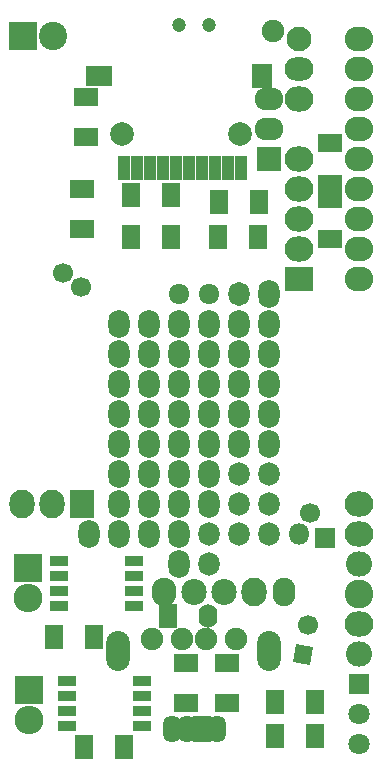
<source format=gbr>
G04 #@! TF.FileFunction,Soldermask,Bot*
%FSLAX46Y46*%
G04 Gerber Fmt 4.6, Leading zero omitted, Abs format (unit mm)*
G04 Created by KiCad (PCBNEW 4.0.2-4+6225~38~ubuntu15.04.1-stable) date 2016年05月17日 13時52分55秒*
%MOMM*%
G01*
G04 APERTURE LIST*
%ADD10C,0.100000*%
%ADD11C,1.700000*%
%ADD12O,1.800000X2.051000*%
%ADD13O,1.800000X2.400000*%
%ADD14O,1.800000X2.000000*%
%ADD15O,1.800000X1.670000*%
%ADD16R,1.543000X0.908000*%
%ADD17C,2.432000*%
%ADD18O,2.200000X2.127200*%
%ADD19O,2.432000X2.127200*%
%ADD20O,1.800000X1.800000*%
%ADD21R,1.700000X2.000000*%
%ADD22C,2.000000*%
%ADD23R,1.101040X2.000200*%
%ADD24R,2.200000X1.800000*%
%ADD25R,1.700000X1.700000*%
%ADD26R,2.400000X2.400000*%
%ADD27C,2.400000*%
%ADD28O,1.517600X2.305000*%
%ADD29R,1.517600X2.305000*%
%ADD30R,2.127200X2.100000*%
%ADD31O,2.432000X1.924000*%
%ADD32R,2.432000X2.127200*%
%ADD33R,2.432000X2.432000*%
%ADD34O,2.432000X2.432000*%
%ADD35R,1.797000X1.797000*%
%ADD36C,1.797000*%
%ADD37C,2.100000*%
%ADD38O,2.432000X2.000000*%
%ADD39C,1.901140*%
%ADD40O,2.000000X3.400000*%
%ADD41O,2.100000X2.400000*%
%ADD42O,2.127200X2.200000*%
%ADD43O,2.127200X2.432000*%
%ADD44O,1.900000X2.432000*%
%ADD45R,1.600000X2.100000*%
%ADD46R,1.600000X2.000000*%
%ADD47R,2.127200X2.432000*%
%ADD48R,2.100000X1.600000*%
%ADD49C,1.200000*%
%ADD50C,1.900000*%
%ADD51O,1.600000X2.000000*%
%ADD52O,2.400000X2.100000*%
G04 APERTURE END LIST*
D10*
D11*
X105981500Y-74358500D03*
D12*
X119380000Y-74930000D03*
D13*
X121920000Y-74930000D03*
D11*
X125224320Y-103024181D03*
D10*
G36*
X125398570Y-106355042D02*
X123921358Y-106094570D01*
X124181830Y-104617358D01*
X125659042Y-104877830D01*
X125398570Y-106355042D01*
X125398570Y-106355042D01*
G37*
D14*
X116840000Y-97790000D03*
X116840000Y-95250000D03*
D13*
X116840000Y-92710000D03*
X116840000Y-90170000D03*
X116840000Y-87630000D03*
X116840000Y-85090000D03*
X116840000Y-82550000D03*
X116840000Y-80010000D03*
X116840000Y-77470000D03*
D15*
X116840000Y-74930000D03*
D16*
X104775000Y-107696000D03*
X104775000Y-108966000D03*
X104775000Y-110236000D03*
X104775000Y-111506000D03*
X111125000Y-111506000D03*
X111125000Y-110236000D03*
X111125000Y-108966000D03*
X111125000Y-107696000D03*
D17*
X129540000Y-100330000D03*
D18*
X129540000Y-97790000D03*
D19*
X129540000Y-95250000D03*
X129540000Y-92710000D03*
D13*
X106680000Y-95250000D03*
X109220000Y-95250000D03*
D14*
X121920000Y-95250000D03*
D20*
X124460000Y-95250000D03*
D14*
X119380000Y-92710000D03*
X121920000Y-92710000D03*
X119380000Y-95250000D03*
X121920000Y-95250000D03*
X119380000Y-90170000D03*
X121920000Y-90170000D03*
D13*
X119380000Y-87630000D03*
X121920000Y-87630000D03*
X119380000Y-77470000D03*
X121920000Y-77470000D03*
X119380000Y-80010000D03*
X121920000Y-80010000D03*
X119380000Y-85090000D03*
X121920000Y-85090000D03*
X119380000Y-82550000D03*
X121920000Y-82550000D03*
X109220000Y-82550000D03*
X111760000Y-82550000D03*
X109220000Y-85090000D03*
X111760000Y-85090000D03*
X109220000Y-80010000D03*
X111760000Y-80010000D03*
X109220000Y-77470000D03*
X111760000Y-77470000D03*
X109220000Y-87630000D03*
X111760000Y-87630000D03*
X109220000Y-90170000D03*
X111760000Y-90170000D03*
X109220000Y-95250000D03*
X111760000Y-95250000D03*
D21*
X121335000Y-56520000D03*
D22*
X109435000Y-61420000D03*
D23*
X119533740Y-64320100D03*
X118433920Y-64320100D03*
D22*
X119435000Y-61420000D03*
D24*
X107535000Y-56520000D03*
D23*
X110734820Y-64320100D03*
X111834640Y-64320100D03*
X112934460Y-64320100D03*
X114034280Y-64320100D03*
X115134100Y-64320100D03*
X116233920Y-64320100D03*
X117333740Y-64320100D03*
X109635000Y-64320100D03*
D11*
X125369000Y-93465936D03*
D25*
X126619000Y-95631000D03*
D26*
X101092000Y-53086000D03*
D27*
X103632000Y-53086000D03*
D28*
X117475000Y-111760000D03*
D29*
X116205000Y-111760000D03*
D28*
X114935000Y-111760000D03*
X113665000Y-111760000D03*
D30*
X121920000Y-63500000D03*
D31*
X121920000Y-60960000D03*
X121920000Y-58420000D03*
D32*
X124460000Y-73660000D03*
D19*
X124460000Y-71120000D03*
X124460000Y-68580000D03*
X124460000Y-66040000D03*
X124460000Y-63500000D03*
D33*
X101473000Y-98171000D03*
D34*
X101473000Y-100711000D03*
D33*
X101600000Y-108458000D03*
D34*
X101600000Y-110998000D03*
D17*
X129540000Y-100330000D03*
D19*
X129540000Y-102870000D03*
D18*
X129540000Y-105410000D03*
D35*
X129540000Y-107950000D03*
D36*
X129540000Y-110490000D03*
X129540000Y-113030000D03*
D16*
X104140000Y-97536000D03*
X104140000Y-98806000D03*
X104140000Y-100076000D03*
X104140000Y-101346000D03*
X110490000Y-101346000D03*
X110490000Y-100076000D03*
X110490000Y-98806000D03*
X110490000Y-97536000D03*
D13*
X109220000Y-92710000D03*
X111760000Y-92710000D03*
X114300000Y-97790000D03*
X114300000Y-95250000D03*
X114300000Y-92710000D03*
X114300000Y-90170000D03*
X114300000Y-87630000D03*
X114300000Y-85090000D03*
X114300000Y-82550000D03*
X114300000Y-80010000D03*
X114300000Y-77470000D03*
D15*
X114300000Y-74930000D03*
D37*
X124460000Y-53340000D03*
D38*
X124460000Y-55880000D03*
D19*
X124460000Y-58420000D03*
D39*
X119126860Y-104137880D03*
X116586860Y-104137880D03*
X114554860Y-104137880D03*
X112014860Y-104137880D03*
D40*
X121914000Y-105170000D03*
X109114000Y-105170000D03*
D41*
X113030000Y-100203000D03*
D42*
X115570000Y-100203000D03*
X118110000Y-100203000D03*
D43*
X120650000Y-100203000D03*
D44*
X123190000Y-100203000D03*
D45*
X120953000Y-70104000D03*
X117553000Y-70104000D03*
D46*
X113587000Y-66548000D03*
X110187000Y-66548000D03*
X110187000Y-70104000D03*
X113587000Y-70104000D03*
D47*
X106045000Y-92710000D03*
D43*
X103505000Y-92710000D03*
X100965000Y-92710000D03*
D48*
X127076200Y-70305400D03*
X127076200Y-66905400D03*
D49*
X116840000Y-52197000D03*
X114300000Y-52197000D03*
D48*
X106426000Y-58293000D03*
X106426000Y-61693000D03*
X106070400Y-66067200D03*
X106070400Y-69467200D03*
X127050800Y-62206400D03*
X127050800Y-65606400D03*
D45*
X121029200Y-67208400D03*
X117629200Y-67208400D03*
D11*
X104457500Y-73152000D03*
D50*
X122237500Y-52705000D03*
D48*
X114871500Y-109586500D03*
X114871500Y-106186500D03*
X118364000Y-109586500D03*
X118364000Y-106186500D03*
D46*
X107110000Y-104013000D03*
X103710000Y-104013000D03*
X109650000Y-113284000D03*
X106250000Y-113284000D03*
X125804400Y-112420400D03*
X122404400Y-112420400D03*
X125829800Y-109474000D03*
X122429800Y-109474000D03*
D51*
X116762000Y-102235000D03*
D46*
X113362000Y-102235000D03*
D52*
X129540000Y-73660000D03*
X129540000Y-63500000D03*
X129540000Y-66040000D03*
X129540000Y-71120000D03*
X129540000Y-68580000D03*
X129540000Y-58420000D03*
X129540000Y-60960000D03*
X129540000Y-55880000D03*
X129540000Y-53340000D03*
M02*

</source>
